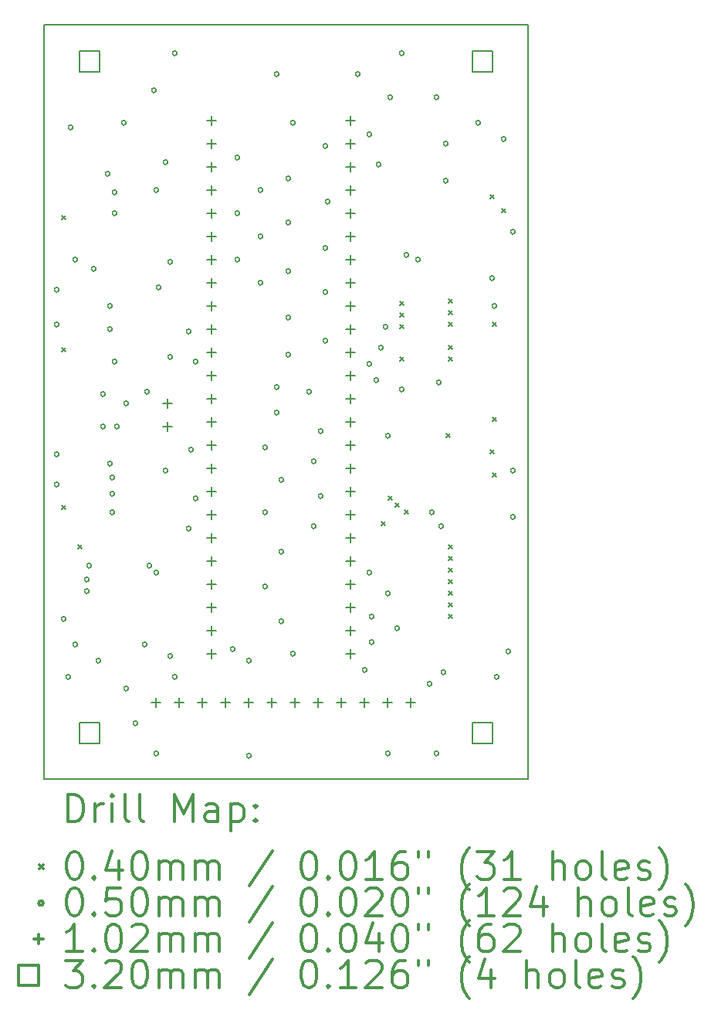
<source format=gbr>
%FSLAX45Y45*%
G04 Gerber Fmt 4.5, Leading zero omitted, Abs format (unit mm)*
G04 Created by KiCad (PCBNEW 4.0.7) date 05/24/21 14:21:45*
%MOMM*%
%LPD*%
G01*
G04 APERTURE LIST*
%ADD10C,0.127000*%
%ADD11C,0.150000*%
%ADD12C,0.200000*%
%ADD13C,0.300000*%
G04 APERTURE END LIST*
D10*
D11*
X5310000Y-50000D02*
X5310000Y0D01*
X0Y-50000D02*
X0Y0D01*
X5310000Y-200000D02*
X5310000Y-50000D01*
X0Y-200000D02*
X0Y-50000D01*
X0Y-200000D02*
X0Y-600000D01*
X5310000Y-200000D02*
X5310000Y-600000D01*
X0Y-8260000D02*
X0Y-600000D01*
X5310000Y-8260000D02*
X0Y-8260000D01*
X5310000Y-600000D02*
X5310000Y-8260000D01*
X5130000Y0D02*
X5310000Y0D01*
X0Y0D02*
X5130000Y0D01*
D12*
X195400Y-2095800D02*
X235400Y-2135800D01*
X235400Y-2095800D02*
X195400Y-2135800D01*
X195400Y-3543600D02*
X235400Y-3583600D01*
X235400Y-3543600D02*
X195400Y-3583600D01*
X195400Y-5270800D02*
X235400Y-5310800D01*
X235400Y-5270800D02*
X195400Y-5310800D01*
X373200Y-5702600D02*
X413200Y-5742600D01*
X413200Y-5702600D02*
X373200Y-5742600D01*
X3700600Y-5448600D02*
X3740600Y-5488600D01*
X3740600Y-5448600D02*
X3700600Y-5488600D01*
X3776800Y-5169200D02*
X3816800Y-5209200D01*
X3816800Y-5169200D02*
X3776800Y-5209200D01*
X3853000Y-5245400D02*
X3893000Y-5285400D01*
X3893000Y-5245400D02*
X3853000Y-5285400D01*
X3903800Y-3035600D02*
X3943800Y-3075600D01*
X3943800Y-3035600D02*
X3903800Y-3075600D01*
X3903800Y-3162600D02*
X3943800Y-3202600D01*
X3943800Y-3162600D02*
X3903800Y-3202600D01*
X3903800Y-3289600D02*
X3943800Y-3329600D01*
X3943800Y-3289600D02*
X3903800Y-3329600D01*
X3903800Y-3645200D02*
X3943800Y-3685200D01*
X3943800Y-3645200D02*
X3903800Y-3685200D01*
X3954600Y-5321600D02*
X3994600Y-5361600D01*
X3994600Y-5321600D02*
X3954600Y-5361600D01*
X4411800Y-4483400D02*
X4451800Y-4523400D01*
X4451800Y-4483400D02*
X4411800Y-4523400D01*
X4437200Y-3010200D02*
X4477200Y-3050200D01*
X4477200Y-3010200D02*
X4437200Y-3050200D01*
X4437200Y-3137200D02*
X4477200Y-3177200D01*
X4477200Y-3137200D02*
X4437200Y-3177200D01*
X4437200Y-3264200D02*
X4477200Y-3304200D01*
X4477200Y-3264200D02*
X4437200Y-3304200D01*
X4437200Y-3518200D02*
X4477200Y-3558200D01*
X4477200Y-3518200D02*
X4437200Y-3558200D01*
X4437200Y-3645200D02*
X4477200Y-3685200D01*
X4477200Y-3645200D02*
X4437200Y-3685200D01*
X4437200Y-5702600D02*
X4477200Y-5742600D01*
X4477200Y-5702600D02*
X4437200Y-5742600D01*
X4437200Y-5829600D02*
X4477200Y-5869600D01*
X4477200Y-5829600D02*
X4437200Y-5869600D01*
X4437200Y-5956600D02*
X4477200Y-5996600D01*
X4477200Y-5956600D02*
X4437200Y-5996600D01*
X4437200Y-6083600D02*
X4477200Y-6123600D01*
X4477200Y-6083600D02*
X4437200Y-6123600D01*
X4437200Y-6210600D02*
X4477200Y-6250600D01*
X4477200Y-6210600D02*
X4437200Y-6250600D01*
X4437200Y-6337600D02*
X4477200Y-6377600D01*
X4477200Y-6337600D02*
X4437200Y-6377600D01*
X4437200Y-6464600D02*
X4477200Y-6504600D01*
X4477200Y-6464600D02*
X4437200Y-6504600D01*
X4894400Y-1867200D02*
X4934400Y-1907200D01*
X4934400Y-1867200D02*
X4894400Y-1907200D01*
X4894400Y-4661200D02*
X4934400Y-4701200D01*
X4934400Y-4661200D02*
X4894400Y-4701200D01*
X4919800Y-3264200D02*
X4959800Y-3304200D01*
X4959800Y-3264200D02*
X4919800Y-3304200D01*
X4919800Y-4305600D02*
X4959800Y-4345600D01*
X4959800Y-4305600D02*
X4919800Y-4345600D01*
X4919800Y-4915200D02*
X4959800Y-4955200D01*
X4959800Y-4915200D02*
X4919800Y-4955200D01*
X5021400Y-2019600D02*
X5061400Y-2059600D01*
X5061400Y-2019600D02*
X5021400Y-2059600D01*
X164200Y-2903200D02*
G75*
G03X164200Y-2903200I-25000J0D01*
G01*
X164200Y-3284200D02*
G75*
G03X164200Y-3284200I-25000J0D01*
G01*
X164200Y-4706600D02*
G75*
G03X164200Y-4706600I-25000J0D01*
G01*
X164200Y-5036800D02*
G75*
G03X164200Y-5036800I-25000J0D01*
G01*
X240400Y-6510000D02*
G75*
G03X240400Y-6510000I-25000J0D01*
G01*
X291200Y-7145000D02*
G75*
G03X291200Y-7145000I-25000J0D01*
G01*
X316600Y-1125200D02*
G75*
G03X316600Y-1125200I-25000J0D01*
G01*
X367400Y-2573000D02*
G75*
G03X367400Y-2573000I-25000J0D01*
G01*
X367400Y-6789400D02*
G75*
G03X367400Y-6789400I-25000J0D01*
G01*
X494400Y-6078200D02*
G75*
G03X494400Y-6078200I-25000J0D01*
G01*
X494400Y-6205200D02*
G75*
G03X494400Y-6205200I-25000J0D01*
G01*
X519800Y-5925800D02*
G75*
G03X519800Y-5925800I-25000J0D01*
G01*
X570600Y-2674600D02*
G75*
G03X570600Y-2674600I-25000J0D01*
G01*
X621400Y-6967200D02*
G75*
G03X621400Y-6967200I-25000J0D01*
G01*
X672200Y-4046200D02*
G75*
G03X672200Y-4046200I-25000J0D01*
G01*
X672200Y-4401800D02*
G75*
G03X672200Y-4401800I-25000J0D01*
G01*
X723000Y-1633200D02*
G75*
G03X723000Y-1633200I-25000J0D01*
G01*
X748400Y-3081000D02*
G75*
G03X748400Y-3081000I-25000J0D01*
G01*
X748400Y-3335000D02*
G75*
G03X748400Y-3335000I-25000J0D01*
G01*
X748400Y-4808200D02*
G75*
G03X748400Y-4808200I-25000J0D01*
G01*
X773800Y-4960600D02*
G75*
G03X773800Y-4960600I-25000J0D01*
G01*
X773800Y-5138400D02*
G75*
G03X773800Y-5138400I-25000J0D01*
G01*
X773800Y-5341600D02*
G75*
G03X773800Y-5341600I-25000J0D01*
G01*
X799200Y-1836400D02*
G75*
G03X799200Y-1836400I-25000J0D01*
G01*
X799200Y-2065000D02*
G75*
G03X799200Y-2065000I-25000J0D01*
G01*
X799200Y-3690600D02*
G75*
G03X799200Y-3690600I-25000J0D01*
G01*
X824600Y-4401800D02*
G75*
G03X824600Y-4401800I-25000J0D01*
G01*
X900800Y-1074400D02*
G75*
G03X900800Y-1074400I-25000J0D01*
G01*
X926200Y-4147800D02*
G75*
G03X926200Y-4147800I-25000J0D01*
G01*
X926200Y-7272000D02*
G75*
G03X926200Y-7272000I-25000J0D01*
G01*
X1027800Y-7653000D02*
G75*
G03X1027800Y-7653000I-25000J0D01*
G01*
X1129400Y-6789400D02*
G75*
G03X1129400Y-6789400I-25000J0D01*
G01*
X1154800Y-4020800D02*
G75*
G03X1154800Y-4020800I-25000J0D01*
G01*
X1180200Y-5925800D02*
G75*
G03X1180200Y-5925800I-25000J0D01*
G01*
X1231000Y-718800D02*
G75*
G03X1231000Y-718800I-25000J0D01*
G01*
X1256400Y-1811000D02*
G75*
G03X1256400Y-1811000I-25000J0D01*
G01*
X1256400Y-6002000D02*
G75*
G03X1256400Y-6002000I-25000J0D01*
G01*
X1256400Y-7983200D02*
G75*
G03X1256400Y-7983200I-25000J0D01*
G01*
X1281800Y-2877800D02*
G75*
G03X1281800Y-2877800I-25000J0D01*
G01*
X1358000Y-1506200D02*
G75*
G03X1358000Y-1506200I-25000J0D01*
G01*
X1358000Y-4884400D02*
G75*
G03X1358000Y-4884400I-25000J0D01*
G01*
X1408800Y-2598400D02*
G75*
G03X1408800Y-2598400I-25000J0D01*
G01*
X1408800Y-3639800D02*
G75*
G03X1408800Y-3639800I-25000J0D01*
G01*
X1408800Y-6916400D02*
G75*
G03X1408800Y-6916400I-25000J0D01*
G01*
X1459600Y-312400D02*
G75*
G03X1459600Y-312400I-25000J0D01*
G01*
X1459600Y-7145000D02*
G75*
G03X1459600Y-7145000I-25000J0D01*
G01*
X1612000Y-3360400D02*
G75*
G03X1612000Y-3360400I-25000J0D01*
G01*
X1612000Y-5519400D02*
G75*
G03X1612000Y-5519400I-25000J0D01*
G01*
X1637400Y-4655800D02*
G75*
G03X1637400Y-4655800I-25000J0D01*
G01*
X1688200Y-3690600D02*
G75*
G03X1688200Y-3690600I-25000J0D01*
G01*
X1688200Y-5189200D02*
G75*
G03X1688200Y-5189200I-25000J0D01*
G01*
X2094600Y-6840200D02*
G75*
G03X2094600Y-6840200I-25000J0D01*
G01*
X2145400Y-1455400D02*
G75*
G03X2145400Y-1455400I-25000J0D01*
G01*
X2145400Y-2065000D02*
G75*
G03X2145400Y-2065000I-25000J0D01*
G01*
X2145400Y-2573000D02*
G75*
G03X2145400Y-2573000I-25000J0D01*
G01*
X2272400Y-6967200D02*
G75*
G03X2272400Y-6967200I-25000J0D01*
G01*
X2272400Y-8008600D02*
G75*
G03X2272400Y-8008600I-25000J0D01*
G01*
X2399400Y-1811000D02*
G75*
G03X2399400Y-1811000I-25000J0D01*
G01*
X2399400Y-2319000D02*
G75*
G03X2399400Y-2319000I-25000J0D01*
G01*
X2399400Y-2827000D02*
G75*
G03X2399400Y-2827000I-25000J0D01*
G01*
X2450200Y-4630400D02*
G75*
G03X2450200Y-4630400I-25000J0D01*
G01*
X2450200Y-5341600D02*
G75*
G03X2450200Y-5341600I-25000J0D01*
G01*
X2450200Y-6154400D02*
G75*
G03X2450200Y-6154400I-25000J0D01*
G01*
X2577200Y-541000D02*
G75*
G03X2577200Y-541000I-25000J0D01*
G01*
X2577200Y-3970000D02*
G75*
G03X2577200Y-3970000I-25000J0D01*
G01*
X2577200Y-4249400D02*
G75*
G03X2577200Y-4249400I-25000J0D01*
G01*
X2628000Y-4986000D02*
G75*
G03X2628000Y-4986000I-25000J0D01*
G01*
X2628000Y-5773400D02*
G75*
G03X2628000Y-5773400I-25000J0D01*
G01*
X2628000Y-6535400D02*
G75*
G03X2628000Y-6535400I-25000J0D01*
G01*
X2704200Y-1684000D02*
G75*
G03X2704200Y-1684000I-25000J0D01*
G01*
X2704200Y-2166600D02*
G75*
G03X2704200Y-2166600I-25000J0D01*
G01*
X2704200Y-2700000D02*
G75*
G03X2704200Y-2700000I-25000J0D01*
G01*
X2704200Y-3208000D02*
G75*
G03X2704200Y-3208000I-25000J0D01*
G01*
X2704200Y-3614400D02*
G75*
G03X2704200Y-3614400I-25000J0D01*
G01*
X2755000Y-1074400D02*
G75*
G03X2755000Y-1074400I-25000J0D01*
G01*
X2755000Y-6891000D02*
G75*
G03X2755000Y-6891000I-25000J0D01*
G01*
X2932800Y-4020800D02*
G75*
G03X2932800Y-4020800I-25000J0D01*
G01*
X2983600Y-4782800D02*
G75*
G03X2983600Y-4782800I-25000J0D01*
G01*
X2983600Y-5494000D02*
G75*
G03X2983600Y-5494000I-25000J0D01*
G01*
X3059800Y-4452600D02*
G75*
G03X3059800Y-4452600I-25000J0D01*
G01*
X3059800Y-5163800D02*
G75*
G03X3059800Y-5163800I-25000J0D01*
G01*
X3110600Y-1328400D02*
G75*
G03X3110600Y-1328400I-25000J0D01*
G01*
X3110600Y-2446000D02*
G75*
G03X3110600Y-2446000I-25000J0D01*
G01*
X3110600Y-2928600D02*
G75*
G03X3110600Y-2928600I-25000J0D01*
G01*
X3110600Y-3462000D02*
G75*
G03X3110600Y-3462000I-25000J0D01*
G01*
X3136000Y-1938000D02*
G75*
G03X3136000Y-1938000I-25000J0D01*
G01*
X3466200Y-541000D02*
G75*
G03X3466200Y-541000I-25000J0D01*
G01*
X3542400Y-7068800D02*
G75*
G03X3542400Y-7068800I-25000J0D01*
G01*
X3593200Y-1201400D02*
G75*
G03X3593200Y-1201400I-25000J0D01*
G01*
X3593200Y-3716000D02*
G75*
G03X3593200Y-3716000I-25000J0D01*
G01*
X3593200Y-6002000D02*
G75*
G03X3593200Y-6002000I-25000J0D01*
G01*
X3618600Y-6484600D02*
G75*
G03X3618600Y-6484600I-25000J0D01*
G01*
X3618600Y-6764000D02*
G75*
G03X3618600Y-6764000I-25000J0D01*
G01*
X3669400Y-3893800D02*
G75*
G03X3669400Y-3893800I-25000J0D01*
G01*
X3694800Y-1531600D02*
G75*
G03X3694800Y-1531600I-25000J0D01*
G01*
X3720200Y-3538200D02*
G75*
G03X3720200Y-3538200I-25000J0D01*
G01*
X3771000Y-3309600D02*
G75*
G03X3771000Y-3309600I-25000J0D01*
G01*
X3796400Y-4503400D02*
G75*
G03X3796400Y-4503400I-25000J0D01*
G01*
X3796400Y-6230600D02*
G75*
G03X3796400Y-6230600I-25000J0D01*
G01*
X3796400Y-7983200D02*
G75*
G03X3796400Y-7983200I-25000J0D01*
G01*
X3821800Y-795000D02*
G75*
G03X3821800Y-795000I-25000J0D01*
G01*
X3898000Y-6611600D02*
G75*
G03X3898000Y-6611600I-25000J0D01*
G01*
X3948800Y-312400D02*
G75*
G03X3948800Y-312400I-25000J0D01*
G01*
X3948800Y-3995400D02*
G75*
G03X3948800Y-3995400I-25000J0D01*
G01*
X3999600Y-2522200D02*
G75*
G03X3999600Y-2522200I-25000J0D01*
G01*
X4126600Y-2573000D02*
G75*
G03X4126600Y-2573000I-25000J0D01*
G01*
X4253600Y-7221200D02*
G75*
G03X4253600Y-7221200I-25000J0D01*
G01*
X4279000Y-5341600D02*
G75*
G03X4279000Y-5341600I-25000J0D01*
G01*
X4329800Y-795000D02*
G75*
G03X4329800Y-795000I-25000J0D01*
G01*
X4329800Y-7983200D02*
G75*
G03X4329800Y-7983200I-25000J0D01*
G01*
X4355200Y-3919200D02*
G75*
G03X4355200Y-3919200I-25000J0D01*
G01*
X4380600Y-5494000D02*
G75*
G03X4380600Y-5494000I-25000J0D01*
G01*
X4406000Y-7094200D02*
G75*
G03X4406000Y-7094200I-25000J0D01*
G01*
X4431400Y-1303000D02*
G75*
G03X4431400Y-1303000I-25000J0D01*
G01*
X4431400Y-1709400D02*
G75*
G03X4431400Y-1709400I-25000J0D01*
G01*
X4787000Y-1074400D02*
G75*
G03X4787000Y-1074400I-25000J0D01*
G01*
X4939400Y-2776200D02*
G75*
G03X4939400Y-2776200I-25000J0D01*
G01*
X4964800Y-3081000D02*
G75*
G03X4964800Y-3081000I-25000J0D01*
G01*
X4990200Y-7145000D02*
G75*
G03X4990200Y-7145000I-25000J0D01*
G01*
X5066400Y-1252200D02*
G75*
G03X5066400Y-1252200I-25000J0D01*
G01*
X5117200Y-6865600D02*
G75*
G03X5117200Y-6865600I-25000J0D01*
G01*
X5168000Y-2268200D02*
G75*
G03X5168000Y-2268200I-25000J0D01*
G01*
X5168000Y-4884400D02*
G75*
G03X5168000Y-4884400I-25000J0D01*
G01*
X5168000Y-5392400D02*
G75*
G03X5168000Y-5392400I-25000J0D01*
G01*
X1231400Y-7373400D02*
X1231400Y-7475400D01*
X1180400Y-7424400D02*
X1282400Y-7424400D01*
X1358400Y-4096800D02*
X1358400Y-4198800D01*
X1307400Y-4147800D02*
X1409400Y-4147800D01*
X1358400Y-4350800D02*
X1358400Y-4452800D01*
X1307400Y-4401800D02*
X1409400Y-4401800D01*
X1485400Y-7373400D02*
X1485400Y-7475400D01*
X1434400Y-7424400D02*
X1536400Y-7424400D01*
X1739400Y-7373400D02*
X1739400Y-7475400D01*
X1688400Y-7424400D02*
X1790400Y-7424400D01*
X1841000Y-998000D02*
X1841000Y-1100000D01*
X1790000Y-1049000D02*
X1892000Y-1049000D01*
X1841000Y-1252000D02*
X1841000Y-1354000D01*
X1790000Y-1303000D02*
X1892000Y-1303000D01*
X1841000Y-1506000D02*
X1841000Y-1608000D01*
X1790000Y-1557000D02*
X1892000Y-1557000D01*
X1841000Y-1760000D02*
X1841000Y-1862000D01*
X1790000Y-1811000D02*
X1892000Y-1811000D01*
X1841000Y-2014000D02*
X1841000Y-2116000D01*
X1790000Y-2065000D02*
X1892000Y-2065000D01*
X1841000Y-2268000D02*
X1841000Y-2370000D01*
X1790000Y-2319000D02*
X1892000Y-2319000D01*
X1841000Y-2522000D02*
X1841000Y-2624000D01*
X1790000Y-2573000D02*
X1892000Y-2573000D01*
X1841000Y-2776000D02*
X1841000Y-2878000D01*
X1790000Y-2827000D02*
X1892000Y-2827000D01*
X1841000Y-3030000D02*
X1841000Y-3132000D01*
X1790000Y-3081000D02*
X1892000Y-3081000D01*
X1841000Y-3284000D02*
X1841000Y-3386000D01*
X1790000Y-3335000D02*
X1892000Y-3335000D01*
X1841000Y-3538000D02*
X1841000Y-3640000D01*
X1790000Y-3589000D02*
X1892000Y-3589000D01*
X1841000Y-3792000D02*
X1841000Y-3894000D01*
X1790000Y-3843000D02*
X1892000Y-3843000D01*
X1841000Y-4046000D02*
X1841000Y-4148000D01*
X1790000Y-4097000D02*
X1892000Y-4097000D01*
X1841000Y-4300000D02*
X1841000Y-4402000D01*
X1790000Y-4351000D02*
X1892000Y-4351000D01*
X1841000Y-4554000D02*
X1841000Y-4656000D01*
X1790000Y-4605000D02*
X1892000Y-4605000D01*
X1841000Y-4808000D02*
X1841000Y-4910000D01*
X1790000Y-4859000D02*
X1892000Y-4859000D01*
X1841000Y-5062000D02*
X1841000Y-5164000D01*
X1790000Y-5113000D02*
X1892000Y-5113000D01*
X1841000Y-5316000D02*
X1841000Y-5418000D01*
X1790000Y-5367000D02*
X1892000Y-5367000D01*
X1841000Y-5570000D02*
X1841000Y-5672000D01*
X1790000Y-5621000D02*
X1892000Y-5621000D01*
X1841000Y-5824000D02*
X1841000Y-5926000D01*
X1790000Y-5875000D02*
X1892000Y-5875000D01*
X1841000Y-6078000D02*
X1841000Y-6180000D01*
X1790000Y-6129000D02*
X1892000Y-6129000D01*
X1841000Y-6332000D02*
X1841000Y-6434000D01*
X1790000Y-6383000D02*
X1892000Y-6383000D01*
X1841000Y-6586000D02*
X1841000Y-6688000D01*
X1790000Y-6637000D02*
X1892000Y-6637000D01*
X1841000Y-6840000D02*
X1841000Y-6942000D01*
X1790000Y-6891000D02*
X1892000Y-6891000D01*
X1993400Y-7373400D02*
X1993400Y-7475400D01*
X1942400Y-7424400D02*
X2044400Y-7424400D01*
X2247400Y-7373400D02*
X2247400Y-7475400D01*
X2196400Y-7424400D02*
X2298400Y-7424400D01*
X2501400Y-7373400D02*
X2501400Y-7475400D01*
X2450400Y-7424400D02*
X2552400Y-7424400D01*
X2755400Y-7373400D02*
X2755400Y-7475400D01*
X2704400Y-7424400D02*
X2806400Y-7424400D01*
X3009400Y-7373400D02*
X3009400Y-7475400D01*
X2958400Y-7424400D02*
X3060400Y-7424400D01*
X3263400Y-7373400D02*
X3263400Y-7475400D01*
X3212400Y-7424400D02*
X3314400Y-7424400D01*
X3365000Y-998000D02*
X3365000Y-1100000D01*
X3314000Y-1049000D02*
X3416000Y-1049000D01*
X3365000Y-1252000D02*
X3365000Y-1354000D01*
X3314000Y-1303000D02*
X3416000Y-1303000D01*
X3365000Y-1506000D02*
X3365000Y-1608000D01*
X3314000Y-1557000D02*
X3416000Y-1557000D01*
X3365000Y-1760000D02*
X3365000Y-1862000D01*
X3314000Y-1811000D02*
X3416000Y-1811000D01*
X3365000Y-2014000D02*
X3365000Y-2116000D01*
X3314000Y-2065000D02*
X3416000Y-2065000D01*
X3365000Y-2268000D02*
X3365000Y-2370000D01*
X3314000Y-2319000D02*
X3416000Y-2319000D01*
X3365000Y-2522000D02*
X3365000Y-2624000D01*
X3314000Y-2573000D02*
X3416000Y-2573000D01*
X3365000Y-2776000D02*
X3365000Y-2878000D01*
X3314000Y-2827000D02*
X3416000Y-2827000D01*
X3365000Y-3030000D02*
X3365000Y-3132000D01*
X3314000Y-3081000D02*
X3416000Y-3081000D01*
X3365000Y-3284000D02*
X3365000Y-3386000D01*
X3314000Y-3335000D02*
X3416000Y-3335000D01*
X3365000Y-3538000D02*
X3365000Y-3640000D01*
X3314000Y-3589000D02*
X3416000Y-3589000D01*
X3365000Y-3792000D02*
X3365000Y-3894000D01*
X3314000Y-3843000D02*
X3416000Y-3843000D01*
X3365000Y-4046000D02*
X3365000Y-4148000D01*
X3314000Y-4097000D02*
X3416000Y-4097000D01*
X3365000Y-4300000D02*
X3365000Y-4402000D01*
X3314000Y-4351000D02*
X3416000Y-4351000D01*
X3365000Y-4554000D02*
X3365000Y-4656000D01*
X3314000Y-4605000D02*
X3416000Y-4605000D01*
X3365000Y-4808000D02*
X3365000Y-4910000D01*
X3314000Y-4859000D02*
X3416000Y-4859000D01*
X3365000Y-5062000D02*
X3365000Y-5164000D01*
X3314000Y-5113000D02*
X3416000Y-5113000D01*
X3365000Y-5316000D02*
X3365000Y-5418000D01*
X3314000Y-5367000D02*
X3416000Y-5367000D01*
X3365000Y-5570000D02*
X3365000Y-5672000D01*
X3314000Y-5621000D02*
X3416000Y-5621000D01*
X3365000Y-5824000D02*
X3365000Y-5926000D01*
X3314000Y-5875000D02*
X3416000Y-5875000D01*
X3365000Y-6078000D02*
X3365000Y-6180000D01*
X3314000Y-6129000D02*
X3416000Y-6129000D01*
X3365000Y-6332000D02*
X3365000Y-6434000D01*
X3314000Y-6383000D02*
X3416000Y-6383000D01*
X3365000Y-6586000D02*
X3365000Y-6688000D01*
X3314000Y-6637000D02*
X3416000Y-6637000D01*
X3365000Y-6840000D02*
X3365000Y-6942000D01*
X3314000Y-6891000D02*
X3416000Y-6891000D01*
X3517400Y-7373400D02*
X3517400Y-7475400D01*
X3466400Y-7424400D02*
X3568400Y-7424400D01*
X3771400Y-7373400D02*
X3771400Y-7475400D01*
X3720400Y-7424400D02*
X3822400Y-7424400D01*
X4025400Y-7373400D02*
X4025400Y-7475400D01*
X3974400Y-7424400D02*
X4076400Y-7424400D01*
X613138Y-513138D02*
X613138Y-286862D01*
X386862Y-286862D01*
X386862Y-513138D01*
X613138Y-513138D01*
X613138Y-7873138D02*
X613138Y-7646862D01*
X386862Y-7646862D01*
X386862Y-7873138D01*
X613138Y-7873138D01*
X4923138Y-513138D02*
X4923138Y-286862D01*
X4696862Y-286862D01*
X4696862Y-513138D01*
X4923138Y-513138D01*
X4923138Y-7873138D02*
X4923138Y-7646862D01*
X4696862Y-7646862D01*
X4696862Y-7873138D01*
X4923138Y-7873138D01*
D13*
X263929Y-8733214D02*
X263929Y-8433214D01*
X335357Y-8433214D01*
X378214Y-8447500D01*
X406786Y-8476072D01*
X421071Y-8504643D01*
X435357Y-8561786D01*
X435357Y-8604643D01*
X421071Y-8661786D01*
X406786Y-8690357D01*
X378214Y-8718929D01*
X335357Y-8733214D01*
X263929Y-8733214D01*
X563929Y-8733214D02*
X563929Y-8533214D01*
X563929Y-8590357D02*
X578214Y-8561786D01*
X592500Y-8547500D01*
X621071Y-8533214D01*
X649643Y-8533214D01*
X749643Y-8733214D02*
X749643Y-8533214D01*
X749643Y-8433214D02*
X735357Y-8447500D01*
X749643Y-8461786D01*
X763928Y-8447500D01*
X749643Y-8433214D01*
X749643Y-8461786D01*
X935357Y-8733214D02*
X906786Y-8718929D01*
X892500Y-8690357D01*
X892500Y-8433214D01*
X1092500Y-8733214D02*
X1063929Y-8718929D01*
X1049643Y-8690357D01*
X1049643Y-8433214D01*
X1435357Y-8733214D02*
X1435357Y-8433214D01*
X1535357Y-8647500D01*
X1635357Y-8433214D01*
X1635357Y-8733214D01*
X1906786Y-8733214D02*
X1906786Y-8576072D01*
X1892500Y-8547500D01*
X1863928Y-8533214D01*
X1806786Y-8533214D01*
X1778214Y-8547500D01*
X1906786Y-8718929D02*
X1878214Y-8733214D01*
X1806786Y-8733214D01*
X1778214Y-8718929D01*
X1763928Y-8690357D01*
X1763928Y-8661786D01*
X1778214Y-8633214D01*
X1806786Y-8618929D01*
X1878214Y-8618929D01*
X1906786Y-8604643D01*
X2049643Y-8533214D02*
X2049643Y-8833214D01*
X2049643Y-8547500D02*
X2078214Y-8533214D01*
X2135357Y-8533214D01*
X2163929Y-8547500D01*
X2178214Y-8561786D01*
X2192500Y-8590357D01*
X2192500Y-8676072D01*
X2178214Y-8704643D01*
X2163929Y-8718929D01*
X2135357Y-8733214D01*
X2078214Y-8733214D01*
X2049643Y-8718929D01*
X2321071Y-8704643D02*
X2335357Y-8718929D01*
X2321071Y-8733214D01*
X2306786Y-8718929D01*
X2321071Y-8704643D01*
X2321071Y-8733214D01*
X2321071Y-8547500D02*
X2335357Y-8561786D01*
X2321071Y-8576072D01*
X2306786Y-8561786D01*
X2321071Y-8547500D01*
X2321071Y-8576072D01*
X-47500Y-9207500D02*
X-7500Y-9247500D01*
X-7500Y-9207500D02*
X-47500Y-9247500D01*
X321071Y-9063214D02*
X349643Y-9063214D01*
X378214Y-9077500D01*
X392500Y-9091786D01*
X406786Y-9120357D01*
X421071Y-9177500D01*
X421071Y-9248929D01*
X406786Y-9306072D01*
X392500Y-9334643D01*
X378214Y-9348929D01*
X349643Y-9363214D01*
X321071Y-9363214D01*
X292500Y-9348929D01*
X278214Y-9334643D01*
X263929Y-9306072D01*
X249643Y-9248929D01*
X249643Y-9177500D01*
X263929Y-9120357D01*
X278214Y-9091786D01*
X292500Y-9077500D01*
X321071Y-9063214D01*
X549643Y-9334643D02*
X563929Y-9348929D01*
X549643Y-9363214D01*
X535357Y-9348929D01*
X549643Y-9334643D01*
X549643Y-9363214D01*
X821071Y-9163214D02*
X821071Y-9363214D01*
X749643Y-9048929D02*
X678214Y-9263214D01*
X863928Y-9263214D01*
X1035357Y-9063214D02*
X1063929Y-9063214D01*
X1092500Y-9077500D01*
X1106786Y-9091786D01*
X1121071Y-9120357D01*
X1135357Y-9177500D01*
X1135357Y-9248929D01*
X1121071Y-9306072D01*
X1106786Y-9334643D01*
X1092500Y-9348929D01*
X1063929Y-9363214D01*
X1035357Y-9363214D01*
X1006786Y-9348929D01*
X992500Y-9334643D01*
X978214Y-9306072D01*
X963928Y-9248929D01*
X963928Y-9177500D01*
X978214Y-9120357D01*
X992500Y-9091786D01*
X1006786Y-9077500D01*
X1035357Y-9063214D01*
X1263929Y-9363214D02*
X1263929Y-9163214D01*
X1263929Y-9191786D02*
X1278214Y-9177500D01*
X1306786Y-9163214D01*
X1349643Y-9163214D01*
X1378214Y-9177500D01*
X1392500Y-9206072D01*
X1392500Y-9363214D01*
X1392500Y-9206072D02*
X1406786Y-9177500D01*
X1435357Y-9163214D01*
X1478214Y-9163214D01*
X1506786Y-9177500D01*
X1521071Y-9206072D01*
X1521071Y-9363214D01*
X1663928Y-9363214D02*
X1663928Y-9163214D01*
X1663928Y-9191786D02*
X1678214Y-9177500D01*
X1706786Y-9163214D01*
X1749643Y-9163214D01*
X1778214Y-9177500D01*
X1792500Y-9206072D01*
X1792500Y-9363214D01*
X1792500Y-9206072D02*
X1806786Y-9177500D01*
X1835357Y-9163214D01*
X1878214Y-9163214D01*
X1906786Y-9177500D01*
X1921071Y-9206072D01*
X1921071Y-9363214D01*
X2506786Y-9048929D02*
X2249643Y-9434643D01*
X2892500Y-9063214D02*
X2921071Y-9063214D01*
X2949643Y-9077500D01*
X2963928Y-9091786D01*
X2978214Y-9120357D01*
X2992500Y-9177500D01*
X2992500Y-9248929D01*
X2978214Y-9306072D01*
X2963928Y-9334643D01*
X2949643Y-9348929D01*
X2921071Y-9363214D01*
X2892500Y-9363214D01*
X2863928Y-9348929D01*
X2849643Y-9334643D01*
X2835357Y-9306072D01*
X2821071Y-9248929D01*
X2821071Y-9177500D01*
X2835357Y-9120357D01*
X2849643Y-9091786D01*
X2863928Y-9077500D01*
X2892500Y-9063214D01*
X3121071Y-9334643D02*
X3135357Y-9348929D01*
X3121071Y-9363214D01*
X3106786Y-9348929D01*
X3121071Y-9334643D01*
X3121071Y-9363214D01*
X3321071Y-9063214D02*
X3349643Y-9063214D01*
X3378214Y-9077500D01*
X3392500Y-9091786D01*
X3406785Y-9120357D01*
X3421071Y-9177500D01*
X3421071Y-9248929D01*
X3406785Y-9306072D01*
X3392500Y-9334643D01*
X3378214Y-9348929D01*
X3349643Y-9363214D01*
X3321071Y-9363214D01*
X3292500Y-9348929D01*
X3278214Y-9334643D01*
X3263928Y-9306072D01*
X3249643Y-9248929D01*
X3249643Y-9177500D01*
X3263928Y-9120357D01*
X3278214Y-9091786D01*
X3292500Y-9077500D01*
X3321071Y-9063214D01*
X3706785Y-9363214D02*
X3535357Y-9363214D01*
X3621071Y-9363214D02*
X3621071Y-9063214D01*
X3592500Y-9106072D01*
X3563928Y-9134643D01*
X3535357Y-9148929D01*
X3963928Y-9063214D02*
X3906785Y-9063214D01*
X3878214Y-9077500D01*
X3863928Y-9091786D01*
X3835357Y-9134643D01*
X3821071Y-9191786D01*
X3821071Y-9306072D01*
X3835357Y-9334643D01*
X3849643Y-9348929D01*
X3878214Y-9363214D01*
X3935357Y-9363214D01*
X3963928Y-9348929D01*
X3978214Y-9334643D01*
X3992500Y-9306072D01*
X3992500Y-9234643D01*
X3978214Y-9206072D01*
X3963928Y-9191786D01*
X3935357Y-9177500D01*
X3878214Y-9177500D01*
X3849643Y-9191786D01*
X3835357Y-9206072D01*
X3821071Y-9234643D01*
X4106786Y-9063214D02*
X4106786Y-9120357D01*
X4221071Y-9063214D02*
X4221071Y-9120357D01*
X4663928Y-9477500D02*
X4649643Y-9463214D01*
X4621071Y-9420357D01*
X4606786Y-9391786D01*
X4592500Y-9348929D01*
X4578214Y-9277500D01*
X4578214Y-9220357D01*
X4592500Y-9148929D01*
X4606786Y-9106072D01*
X4621071Y-9077500D01*
X4649643Y-9034643D01*
X4663928Y-9020357D01*
X4749643Y-9063214D02*
X4935357Y-9063214D01*
X4835357Y-9177500D01*
X4878214Y-9177500D01*
X4906786Y-9191786D01*
X4921071Y-9206072D01*
X4935357Y-9234643D01*
X4935357Y-9306072D01*
X4921071Y-9334643D01*
X4906786Y-9348929D01*
X4878214Y-9363214D01*
X4792500Y-9363214D01*
X4763928Y-9348929D01*
X4749643Y-9334643D01*
X5221071Y-9363214D02*
X5049643Y-9363214D01*
X5135357Y-9363214D02*
X5135357Y-9063214D01*
X5106786Y-9106072D01*
X5078214Y-9134643D01*
X5049643Y-9148929D01*
X5578214Y-9363214D02*
X5578214Y-9063214D01*
X5706785Y-9363214D02*
X5706785Y-9206072D01*
X5692500Y-9177500D01*
X5663928Y-9163214D01*
X5621071Y-9163214D01*
X5592500Y-9177500D01*
X5578214Y-9191786D01*
X5892500Y-9363214D02*
X5863928Y-9348929D01*
X5849643Y-9334643D01*
X5835357Y-9306072D01*
X5835357Y-9220357D01*
X5849643Y-9191786D01*
X5863928Y-9177500D01*
X5892500Y-9163214D01*
X5935357Y-9163214D01*
X5963928Y-9177500D01*
X5978214Y-9191786D01*
X5992500Y-9220357D01*
X5992500Y-9306072D01*
X5978214Y-9334643D01*
X5963928Y-9348929D01*
X5935357Y-9363214D01*
X5892500Y-9363214D01*
X6163928Y-9363214D02*
X6135357Y-9348929D01*
X6121071Y-9320357D01*
X6121071Y-9063214D01*
X6392500Y-9348929D02*
X6363928Y-9363214D01*
X6306786Y-9363214D01*
X6278214Y-9348929D01*
X6263928Y-9320357D01*
X6263928Y-9206072D01*
X6278214Y-9177500D01*
X6306786Y-9163214D01*
X6363928Y-9163214D01*
X6392500Y-9177500D01*
X6406786Y-9206072D01*
X6406786Y-9234643D01*
X6263928Y-9263214D01*
X6521071Y-9348929D02*
X6549643Y-9363214D01*
X6606786Y-9363214D01*
X6635357Y-9348929D01*
X6649643Y-9320357D01*
X6649643Y-9306072D01*
X6635357Y-9277500D01*
X6606786Y-9263214D01*
X6563928Y-9263214D01*
X6535357Y-9248929D01*
X6521071Y-9220357D01*
X6521071Y-9206072D01*
X6535357Y-9177500D01*
X6563928Y-9163214D01*
X6606786Y-9163214D01*
X6635357Y-9177500D01*
X6749643Y-9477500D02*
X6763928Y-9463214D01*
X6792500Y-9420357D01*
X6806786Y-9391786D01*
X6821071Y-9348929D01*
X6835357Y-9277500D01*
X6835357Y-9220357D01*
X6821071Y-9148929D01*
X6806786Y-9106072D01*
X6792500Y-9077500D01*
X6763928Y-9034643D01*
X6749643Y-9020357D01*
X-7500Y-9623500D02*
G75*
G03X-7500Y-9623500I-25000J0D01*
G01*
X321071Y-9459214D02*
X349643Y-9459214D01*
X378214Y-9473500D01*
X392500Y-9487786D01*
X406786Y-9516357D01*
X421071Y-9573500D01*
X421071Y-9644929D01*
X406786Y-9702072D01*
X392500Y-9730643D01*
X378214Y-9744929D01*
X349643Y-9759214D01*
X321071Y-9759214D01*
X292500Y-9744929D01*
X278214Y-9730643D01*
X263929Y-9702072D01*
X249643Y-9644929D01*
X249643Y-9573500D01*
X263929Y-9516357D01*
X278214Y-9487786D01*
X292500Y-9473500D01*
X321071Y-9459214D01*
X549643Y-9730643D02*
X563929Y-9744929D01*
X549643Y-9759214D01*
X535357Y-9744929D01*
X549643Y-9730643D01*
X549643Y-9759214D01*
X835357Y-9459214D02*
X692500Y-9459214D01*
X678214Y-9602072D01*
X692500Y-9587786D01*
X721071Y-9573500D01*
X792500Y-9573500D01*
X821071Y-9587786D01*
X835357Y-9602072D01*
X849643Y-9630643D01*
X849643Y-9702072D01*
X835357Y-9730643D01*
X821071Y-9744929D01*
X792500Y-9759214D01*
X721071Y-9759214D01*
X692500Y-9744929D01*
X678214Y-9730643D01*
X1035357Y-9459214D02*
X1063929Y-9459214D01*
X1092500Y-9473500D01*
X1106786Y-9487786D01*
X1121071Y-9516357D01*
X1135357Y-9573500D01*
X1135357Y-9644929D01*
X1121071Y-9702072D01*
X1106786Y-9730643D01*
X1092500Y-9744929D01*
X1063929Y-9759214D01*
X1035357Y-9759214D01*
X1006786Y-9744929D01*
X992500Y-9730643D01*
X978214Y-9702072D01*
X963928Y-9644929D01*
X963928Y-9573500D01*
X978214Y-9516357D01*
X992500Y-9487786D01*
X1006786Y-9473500D01*
X1035357Y-9459214D01*
X1263929Y-9759214D02*
X1263929Y-9559214D01*
X1263929Y-9587786D02*
X1278214Y-9573500D01*
X1306786Y-9559214D01*
X1349643Y-9559214D01*
X1378214Y-9573500D01*
X1392500Y-9602072D01*
X1392500Y-9759214D01*
X1392500Y-9602072D02*
X1406786Y-9573500D01*
X1435357Y-9559214D01*
X1478214Y-9559214D01*
X1506786Y-9573500D01*
X1521071Y-9602072D01*
X1521071Y-9759214D01*
X1663928Y-9759214D02*
X1663928Y-9559214D01*
X1663928Y-9587786D02*
X1678214Y-9573500D01*
X1706786Y-9559214D01*
X1749643Y-9559214D01*
X1778214Y-9573500D01*
X1792500Y-9602072D01*
X1792500Y-9759214D01*
X1792500Y-9602072D02*
X1806786Y-9573500D01*
X1835357Y-9559214D01*
X1878214Y-9559214D01*
X1906786Y-9573500D01*
X1921071Y-9602072D01*
X1921071Y-9759214D01*
X2506786Y-9444929D02*
X2249643Y-9830643D01*
X2892500Y-9459214D02*
X2921071Y-9459214D01*
X2949643Y-9473500D01*
X2963928Y-9487786D01*
X2978214Y-9516357D01*
X2992500Y-9573500D01*
X2992500Y-9644929D01*
X2978214Y-9702072D01*
X2963928Y-9730643D01*
X2949643Y-9744929D01*
X2921071Y-9759214D01*
X2892500Y-9759214D01*
X2863928Y-9744929D01*
X2849643Y-9730643D01*
X2835357Y-9702072D01*
X2821071Y-9644929D01*
X2821071Y-9573500D01*
X2835357Y-9516357D01*
X2849643Y-9487786D01*
X2863928Y-9473500D01*
X2892500Y-9459214D01*
X3121071Y-9730643D02*
X3135357Y-9744929D01*
X3121071Y-9759214D01*
X3106786Y-9744929D01*
X3121071Y-9730643D01*
X3121071Y-9759214D01*
X3321071Y-9459214D02*
X3349643Y-9459214D01*
X3378214Y-9473500D01*
X3392500Y-9487786D01*
X3406785Y-9516357D01*
X3421071Y-9573500D01*
X3421071Y-9644929D01*
X3406785Y-9702072D01*
X3392500Y-9730643D01*
X3378214Y-9744929D01*
X3349643Y-9759214D01*
X3321071Y-9759214D01*
X3292500Y-9744929D01*
X3278214Y-9730643D01*
X3263928Y-9702072D01*
X3249643Y-9644929D01*
X3249643Y-9573500D01*
X3263928Y-9516357D01*
X3278214Y-9487786D01*
X3292500Y-9473500D01*
X3321071Y-9459214D01*
X3535357Y-9487786D02*
X3549643Y-9473500D01*
X3578214Y-9459214D01*
X3649643Y-9459214D01*
X3678214Y-9473500D01*
X3692500Y-9487786D01*
X3706785Y-9516357D01*
X3706785Y-9544929D01*
X3692500Y-9587786D01*
X3521071Y-9759214D01*
X3706785Y-9759214D01*
X3892500Y-9459214D02*
X3921071Y-9459214D01*
X3949643Y-9473500D01*
X3963928Y-9487786D01*
X3978214Y-9516357D01*
X3992500Y-9573500D01*
X3992500Y-9644929D01*
X3978214Y-9702072D01*
X3963928Y-9730643D01*
X3949643Y-9744929D01*
X3921071Y-9759214D01*
X3892500Y-9759214D01*
X3863928Y-9744929D01*
X3849643Y-9730643D01*
X3835357Y-9702072D01*
X3821071Y-9644929D01*
X3821071Y-9573500D01*
X3835357Y-9516357D01*
X3849643Y-9487786D01*
X3863928Y-9473500D01*
X3892500Y-9459214D01*
X4106786Y-9459214D02*
X4106786Y-9516357D01*
X4221071Y-9459214D02*
X4221071Y-9516357D01*
X4663928Y-9873500D02*
X4649643Y-9859214D01*
X4621071Y-9816357D01*
X4606786Y-9787786D01*
X4592500Y-9744929D01*
X4578214Y-9673500D01*
X4578214Y-9616357D01*
X4592500Y-9544929D01*
X4606786Y-9502072D01*
X4621071Y-9473500D01*
X4649643Y-9430643D01*
X4663928Y-9416357D01*
X4935357Y-9759214D02*
X4763928Y-9759214D01*
X4849643Y-9759214D02*
X4849643Y-9459214D01*
X4821071Y-9502072D01*
X4792500Y-9530643D01*
X4763928Y-9544929D01*
X5049643Y-9487786D02*
X5063928Y-9473500D01*
X5092500Y-9459214D01*
X5163928Y-9459214D01*
X5192500Y-9473500D01*
X5206786Y-9487786D01*
X5221071Y-9516357D01*
X5221071Y-9544929D01*
X5206786Y-9587786D01*
X5035357Y-9759214D01*
X5221071Y-9759214D01*
X5478214Y-9559214D02*
X5478214Y-9759214D01*
X5406786Y-9444929D02*
X5335357Y-9659214D01*
X5521071Y-9659214D01*
X5863928Y-9759214D02*
X5863928Y-9459214D01*
X5992500Y-9759214D02*
X5992500Y-9602072D01*
X5978214Y-9573500D01*
X5949643Y-9559214D01*
X5906785Y-9559214D01*
X5878214Y-9573500D01*
X5863928Y-9587786D01*
X6178214Y-9759214D02*
X6149643Y-9744929D01*
X6135357Y-9730643D01*
X6121071Y-9702072D01*
X6121071Y-9616357D01*
X6135357Y-9587786D01*
X6149643Y-9573500D01*
X6178214Y-9559214D01*
X6221071Y-9559214D01*
X6249643Y-9573500D01*
X6263928Y-9587786D01*
X6278214Y-9616357D01*
X6278214Y-9702072D01*
X6263928Y-9730643D01*
X6249643Y-9744929D01*
X6221071Y-9759214D01*
X6178214Y-9759214D01*
X6449643Y-9759214D02*
X6421071Y-9744929D01*
X6406786Y-9716357D01*
X6406786Y-9459214D01*
X6678214Y-9744929D02*
X6649643Y-9759214D01*
X6592500Y-9759214D01*
X6563928Y-9744929D01*
X6549643Y-9716357D01*
X6549643Y-9602072D01*
X6563928Y-9573500D01*
X6592500Y-9559214D01*
X6649643Y-9559214D01*
X6678214Y-9573500D01*
X6692500Y-9602072D01*
X6692500Y-9630643D01*
X6549643Y-9659214D01*
X6806786Y-9744929D02*
X6835357Y-9759214D01*
X6892500Y-9759214D01*
X6921071Y-9744929D01*
X6935357Y-9716357D01*
X6935357Y-9702072D01*
X6921071Y-9673500D01*
X6892500Y-9659214D01*
X6849643Y-9659214D01*
X6821071Y-9644929D01*
X6806786Y-9616357D01*
X6806786Y-9602072D01*
X6821071Y-9573500D01*
X6849643Y-9559214D01*
X6892500Y-9559214D01*
X6921071Y-9573500D01*
X7035357Y-9873500D02*
X7049643Y-9859214D01*
X7078214Y-9816357D01*
X7092500Y-9787786D01*
X7106786Y-9744929D01*
X7121071Y-9673500D01*
X7121071Y-9616357D01*
X7106786Y-9544929D01*
X7092500Y-9502072D01*
X7078214Y-9473500D01*
X7049643Y-9430643D01*
X7035357Y-9416357D01*
X-58500Y-9968500D02*
X-58500Y-10070500D01*
X-109500Y-10019500D02*
X-7500Y-10019500D01*
X421071Y-10155214D02*
X249643Y-10155214D01*
X335357Y-10155214D02*
X335357Y-9855214D01*
X306786Y-9898072D01*
X278214Y-9926643D01*
X249643Y-9940929D01*
X549643Y-10126643D02*
X563929Y-10140929D01*
X549643Y-10155214D01*
X535357Y-10140929D01*
X549643Y-10126643D01*
X549643Y-10155214D01*
X749643Y-9855214D02*
X778214Y-9855214D01*
X806786Y-9869500D01*
X821071Y-9883786D01*
X835357Y-9912357D01*
X849643Y-9969500D01*
X849643Y-10040929D01*
X835357Y-10098072D01*
X821071Y-10126643D01*
X806786Y-10140929D01*
X778214Y-10155214D01*
X749643Y-10155214D01*
X721071Y-10140929D01*
X706786Y-10126643D01*
X692500Y-10098072D01*
X678214Y-10040929D01*
X678214Y-9969500D01*
X692500Y-9912357D01*
X706786Y-9883786D01*
X721071Y-9869500D01*
X749643Y-9855214D01*
X963928Y-9883786D02*
X978214Y-9869500D01*
X1006786Y-9855214D01*
X1078214Y-9855214D01*
X1106786Y-9869500D01*
X1121071Y-9883786D01*
X1135357Y-9912357D01*
X1135357Y-9940929D01*
X1121071Y-9983786D01*
X949643Y-10155214D01*
X1135357Y-10155214D01*
X1263929Y-10155214D02*
X1263929Y-9955214D01*
X1263929Y-9983786D02*
X1278214Y-9969500D01*
X1306786Y-9955214D01*
X1349643Y-9955214D01*
X1378214Y-9969500D01*
X1392500Y-9998072D01*
X1392500Y-10155214D01*
X1392500Y-9998072D02*
X1406786Y-9969500D01*
X1435357Y-9955214D01*
X1478214Y-9955214D01*
X1506786Y-9969500D01*
X1521071Y-9998072D01*
X1521071Y-10155214D01*
X1663928Y-10155214D02*
X1663928Y-9955214D01*
X1663928Y-9983786D02*
X1678214Y-9969500D01*
X1706786Y-9955214D01*
X1749643Y-9955214D01*
X1778214Y-9969500D01*
X1792500Y-9998072D01*
X1792500Y-10155214D01*
X1792500Y-9998072D02*
X1806786Y-9969500D01*
X1835357Y-9955214D01*
X1878214Y-9955214D01*
X1906786Y-9969500D01*
X1921071Y-9998072D01*
X1921071Y-10155214D01*
X2506786Y-9840929D02*
X2249643Y-10226643D01*
X2892500Y-9855214D02*
X2921071Y-9855214D01*
X2949643Y-9869500D01*
X2963928Y-9883786D01*
X2978214Y-9912357D01*
X2992500Y-9969500D01*
X2992500Y-10040929D01*
X2978214Y-10098072D01*
X2963928Y-10126643D01*
X2949643Y-10140929D01*
X2921071Y-10155214D01*
X2892500Y-10155214D01*
X2863928Y-10140929D01*
X2849643Y-10126643D01*
X2835357Y-10098072D01*
X2821071Y-10040929D01*
X2821071Y-9969500D01*
X2835357Y-9912357D01*
X2849643Y-9883786D01*
X2863928Y-9869500D01*
X2892500Y-9855214D01*
X3121071Y-10126643D02*
X3135357Y-10140929D01*
X3121071Y-10155214D01*
X3106786Y-10140929D01*
X3121071Y-10126643D01*
X3121071Y-10155214D01*
X3321071Y-9855214D02*
X3349643Y-9855214D01*
X3378214Y-9869500D01*
X3392500Y-9883786D01*
X3406785Y-9912357D01*
X3421071Y-9969500D01*
X3421071Y-10040929D01*
X3406785Y-10098072D01*
X3392500Y-10126643D01*
X3378214Y-10140929D01*
X3349643Y-10155214D01*
X3321071Y-10155214D01*
X3292500Y-10140929D01*
X3278214Y-10126643D01*
X3263928Y-10098072D01*
X3249643Y-10040929D01*
X3249643Y-9969500D01*
X3263928Y-9912357D01*
X3278214Y-9883786D01*
X3292500Y-9869500D01*
X3321071Y-9855214D01*
X3678214Y-9955214D02*
X3678214Y-10155214D01*
X3606785Y-9840929D02*
X3535357Y-10055214D01*
X3721071Y-10055214D01*
X3892500Y-9855214D02*
X3921071Y-9855214D01*
X3949643Y-9869500D01*
X3963928Y-9883786D01*
X3978214Y-9912357D01*
X3992500Y-9969500D01*
X3992500Y-10040929D01*
X3978214Y-10098072D01*
X3963928Y-10126643D01*
X3949643Y-10140929D01*
X3921071Y-10155214D01*
X3892500Y-10155214D01*
X3863928Y-10140929D01*
X3849643Y-10126643D01*
X3835357Y-10098072D01*
X3821071Y-10040929D01*
X3821071Y-9969500D01*
X3835357Y-9912357D01*
X3849643Y-9883786D01*
X3863928Y-9869500D01*
X3892500Y-9855214D01*
X4106786Y-9855214D02*
X4106786Y-9912357D01*
X4221071Y-9855214D02*
X4221071Y-9912357D01*
X4663928Y-10269500D02*
X4649643Y-10255214D01*
X4621071Y-10212357D01*
X4606786Y-10183786D01*
X4592500Y-10140929D01*
X4578214Y-10069500D01*
X4578214Y-10012357D01*
X4592500Y-9940929D01*
X4606786Y-9898072D01*
X4621071Y-9869500D01*
X4649643Y-9826643D01*
X4663928Y-9812357D01*
X4906786Y-9855214D02*
X4849643Y-9855214D01*
X4821071Y-9869500D01*
X4806786Y-9883786D01*
X4778214Y-9926643D01*
X4763928Y-9983786D01*
X4763928Y-10098072D01*
X4778214Y-10126643D01*
X4792500Y-10140929D01*
X4821071Y-10155214D01*
X4878214Y-10155214D01*
X4906786Y-10140929D01*
X4921071Y-10126643D01*
X4935357Y-10098072D01*
X4935357Y-10026643D01*
X4921071Y-9998072D01*
X4906786Y-9983786D01*
X4878214Y-9969500D01*
X4821071Y-9969500D01*
X4792500Y-9983786D01*
X4778214Y-9998072D01*
X4763928Y-10026643D01*
X5049643Y-9883786D02*
X5063928Y-9869500D01*
X5092500Y-9855214D01*
X5163928Y-9855214D01*
X5192500Y-9869500D01*
X5206786Y-9883786D01*
X5221071Y-9912357D01*
X5221071Y-9940929D01*
X5206786Y-9983786D01*
X5035357Y-10155214D01*
X5221071Y-10155214D01*
X5578214Y-10155214D02*
X5578214Y-9855214D01*
X5706785Y-10155214D02*
X5706785Y-9998072D01*
X5692500Y-9969500D01*
X5663928Y-9955214D01*
X5621071Y-9955214D01*
X5592500Y-9969500D01*
X5578214Y-9983786D01*
X5892500Y-10155214D02*
X5863928Y-10140929D01*
X5849643Y-10126643D01*
X5835357Y-10098072D01*
X5835357Y-10012357D01*
X5849643Y-9983786D01*
X5863928Y-9969500D01*
X5892500Y-9955214D01*
X5935357Y-9955214D01*
X5963928Y-9969500D01*
X5978214Y-9983786D01*
X5992500Y-10012357D01*
X5992500Y-10098072D01*
X5978214Y-10126643D01*
X5963928Y-10140929D01*
X5935357Y-10155214D01*
X5892500Y-10155214D01*
X6163928Y-10155214D02*
X6135357Y-10140929D01*
X6121071Y-10112357D01*
X6121071Y-9855214D01*
X6392500Y-10140929D02*
X6363928Y-10155214D01*
X6306786Y-10155214D01*
X6278214Y-10140929D01*
X6263928Y-10112357D01*
X6263928Y-9998072D01*
X6278214Y-9969500D01*
X6306786Y-9955214D01*
X6363928Y-9955214D01*
X6392500Y-9969500D01*
X6406786Y-9998072D01*
X6406786Y-10026643D01*
X6263928Y-10055214D01*
X6521071Y-10140929D02*
X6549643Y-10155214D01*
X6606786Y-10155214D01*
X6635357Y-10140929D01*
X6649643Y-10112357D01*
X6649643Y-10098072D01*
X6635357Y-10069500D01*
X6606786Y-10055214D01*
X6563928Y-10055214D01*
X6535357Y-10040929D01*
X6521071Y-10012357D01*
X6521071Y-9998072D01*
X6535357Y-9969500D01*
X6563928Y-9955214D01*
X6606786Y-9955214D01*
X6635357Y-9969500D01*
X6749643Y-10269500D02*
X6763928Y-10255214D01*
X6792500Y-10212357D01*
X6806786Y-10183786D01*
X6821071Y-10140929D01*
X6835357Y-10069500D01*
X6835357Y-10012357D01*
X6821071Y-9940929D01*
X6806786Y-9898072D01*
X6792500Y-9869500D01*
X6763928Y-9826643D01*
X6749643Y-9812357D01*
X-54362Y-10528638D02*
X-54362Y-10302362D01*
X-280638Y-10302362D01*
X-280638Y-10528638D01*
X-54362Y-10528638D01*
X235357Y-10251214D02*
X421071Y-10251214D01*
X321071Y-10365500D01*
X363928Y-10365500D01*
X392500Y-10379786D01*
X406786Y-10394072D01*
X421071Y-10422643D01*
X421071Y-10494072D01*
X406786Y-10522643D01*
X392500Y-10536929D01*
X363928Y-10551214D01*
X278214Y-10551214D01*
X249643Y-10536929D01*
X235357Y-10522643D01*
X549643Y-10522643D02*
X563929Y-10536929D01*
X549643Y-10551214D01*
X535357Y-10536929D01*
X549643Y-10522643D01*
X549643Y-10551214D01*
X678214Y-10279786D02*
X692500Y-10265500D01*
X721071Y-10251214D01*
X792500Y-10251214D01*
X821071Y-10265500D01*
X835357Y-10279786D01*
X849643Y-10308357D01*
X849643Y-10336929D01*
X835357Y-10379786D01*
X663928Y-10551214D01*
X849643Y-10551214D01*
X1035357Y-10251214D02*
X1063929Y-10251214D01*
X1092500Y-10265500D01*
X1106786Y-10279786D01*
X1121071Y-10308357D01*
X1135357Y-10365500D01*
X1135357Y-10436929D01*
X1121071Y-10494072D01*
X1106786Y-10522643D01*
X1092500Y-10536929D01*
X1063929Y-10551214D01*
X1035357Y-10551214D01*
X1006786Y-10536929D01*
X992500Y-10522643D01*
X978214Y-10494072D01*
X963928Y-10436929D01*
X963928Y-10365500D01*
X978214Y-10308357D01*
X992500Y-10279786D01*
X1006786Y-10265500D01*
X1035357Y-10251214D01*
X1263929Y-10551214D02*
X1263929Y-10351214D01*
X1263929Y-10379786D02*
X1278214Y-10365500D01*
X1306786Y-10351214D01*
X1349643Y-10351214D01*
X1378214Y-10365500D01*
X1392500Y-10394072D01*
X1392500Y-10551214D01*
X1392500Y-10394072D02*
X1406786Y-10365500D01*
X1435357Y-10351214D01*
X1478214Y-10351214D01*
X1506786Y-10365500D01*
X1521071Y-10394072D01*
X1521071Y-10551214D01*
X1663928Y-10551214D02*
X1663928Y-10351214D01*
X1663928Y-10379786D02*
X1678214Y-10365500D01*
X1706786Y-10351214D01*
X1749643Y-10351214D01*
X1778214Y-10365500D01*
X1792500Y-10394072D01*
X1792500Y-10551214D01*
X1792500Y-10394072D02*
X1806786Y-10365500D01*
X1835357Y-10351214D01*
X1878214Y-10351214D01*
X1906786Y-10365500D01*
X1921071Y-10394072D01*
X1921071Y-10551214D01*
X2506786Y-10236929D02*
X2249643Y-10622643D01*
X2892500Y-10251214D02*
X2921071Y-10251214D01*
X2949643Y-10265500D01*
X2963928Y-10279786D01*
X2978214Y-10308357D01*
X2992500Y-10365500D01*
X2992500Y-10436929D01*
X2978214Y-10494072D01*
X2963928Y-10522643D01*
X2949643Y-10536929D01*
X2921071Y-10551214D01*
X2892500Y-10551214D01*
X2863928Y-10536929D01*
X2849643Y-10522643D01*
X2835357Y-10494072D01*
X2821071Y-10436929D01*
X2821071Y-10365500D01*
X2835357Y-10308357D01*
X2849643Y-10279786D01*
X2863928Y-10265500D01*
X2892500Y-10251214D01*
X3121071Y-10522643D02*
X3135357Y-10536929D01*
X3121071Y-10551214D01*
X3106786Y-10536929D01*
X3121071Y-10522643D01*
X3121071Y-10551214D01*
X3421071Y-10551214D02*
X3249643Y-10551214D01*
X3335357Y-10551214D02*
X3335357Y-10251214D01*
X3306785Y-10294072D01*
X3278214Y-10322643D01*
X3249643Y-10336929D01*
X3535357Y-10279786D02*
X3549643Y-10265500D01*
X3578214Y-10251214D01*
X3649643Y-10251214D01*
X3678214Y-10265500D01*
X3692500Y-10279786D01*
X3706785Y-10308357D01*
X3706785Y-10336929D01*
X3692500Y-10379786D01*
X3521071Y-10551214D01*
X3706785Y-10551214D01*
X3963928Y-10251214D02*
X3906785Y-10251214D01*
X3878214Y-10265500D01*
X3863928Y-10279786D01*
X3835357Y-10322643D01*
X3821071Y-10379786D01*
X3821071Y-10494072D01*
X3835357Y-10522643D01*
X3849643Y-10536929D01*
X3878214Y-10551214D01*
X3935357Y-10551214D01*
X3963928Y-10536929D01*
X3978214Y-10522643D01*
X3992500Y-10494072D01*
X3992500Y-10422643D01*
X3978214Y-10394072D01*
X3963928Y-10379786D01*
X3935357Y-10365500D01*
X3878214Y-10365500D01*
X3849643Y-10379786D01*
X3835357Y-10394072D01*
X3821071Y-10422643D01*
X4106786Y-10251214D02*
X4106786Y-10308357D01*
X4221071Y-10251214D02*
X4221071Y-10308357D01*
X4663928Y-10665500D02*
X4649643Y-10651214D01*
X4621071Y-10608357D01*
X4606786Y-10579786D01*
X4592500Y-10536929D01*
X4578214Y-10465500D01*
X4578214Y-10408357D01*
X4592500Y-10336929D01*
X4606786Y-10294072D01*
X4621071Y-10265500D01*
X4649643Y-10222643D01*
X4663928Y-10208357D01*
X4906786Y-10351214D02*
X4906786Y-10551214D01*
X4835357Y-10236929D02*
X4763928Y-10451214D01*
X4949643Y-10451214D01*
X5292500Y-10551214D02*
X5292500Y-10251214D01*
X5421071Y-10551214D02*
X5421071Y-10394072D01*
X5406786Y-10365500D01*
X5378214Y-10351214D01*
X5335357Y-10351214D01*
X5306786Y-10365500D01*
X5292500Y-10379786D01*
X5606785Y-10551214D02*
X5578214Y-10536929D01*
X5563928Y-10522643D01*
X5549643Y-10494072D01*
X5549643Y-10408357D01*
X5563928Y-10379786D01*
X5578214Y-10365500D01*
X5606785Y-10351214D01*
X5649643Y-10351214D01*
X5678214Y-10365500D01*
X5692500Y-10379786D01*
X5706785Y-10408357D01*
X5706785Y-10494072D01*
X5692500Y-10522643D01*
X5678214Y-10536929D01*
X5649643Y-10551214D01*
X5606785Y-10551214D01*
X5878214Y-10551214D02*
X5849643Y-10536929D01*
X5835357Y-10508357D01*
X5835357Y-10251214D01*
X6106786Y-10536929D02*
X6078214Y-10551214D01*
X6021071Y-10551214D01*
X5992500Y-10536929D01*
X5978214Y-10508357D01*
X5978214Y-10394072D01*
X5992500Y-10365500D01*
X6021071Y-10351214D01*
X6078214Y-10351214D01*
X6106786Y-10365500D01*
X6121071Y-10394072D01*
X6121071Y-10422643D01*
X5978214Y-10451214D01*
X6235357Y-10536929D02*
X6263928Y-10551214D01*
X6321071Y-10551214D01*
X6349643Y-10536929D01*
X6363928Y-10508357D01*
X6363928Y-10494072D01*
X6349643Y-10465500D01*
X6321071Y-10451214D01*
X6278214Y-10451214D01*
X6249643Y-10436929D01*
X6235357Y-10408357D01*
X6235357Y-10394072D01*
X6249643Y-10365500D01*
X6278214Y-10351214D01*
X6321071Y-10351214D01*
X6349643Y-10365500D01*
X6463928Y-10665500D02*
X6478214Y-10651214D01*
X6506786Y-10608357D01*
X6521071Y-10579786D01*
X6535357Y-10536929D01*
X6549643Y-10465500D01*
X6549643Y-10408357D01*
X6535357Y-10336929D01*
X6521071Y-10294072D01*
X6506786Y-10265500D01*
X6478214Y-10222643D01*
X6463928Y-10208357D01*
M02*

</source>
